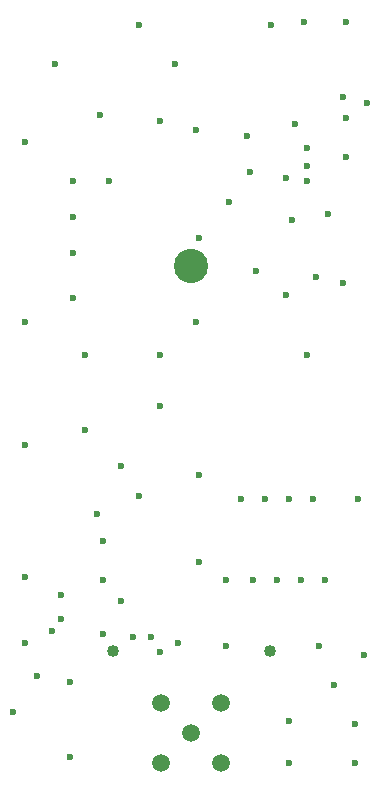
<source format=gbr>
G04 Generated by Ultiboard 13.0 *
%FSLAX24Y24*%
%MOIN*%

%ADD11C,0.0236*%
%ADD12C,0.0595*%
%ADD13C,0.0400*%
%ADD14C,0.1142*%


G04 ColorRGB 000000 for the following layer *
%LNDrill-Copper Top-Copper Bottom*%
%LPD*%
G54D11*
X-16600Y7400D03*
X-16600Y8700D03*
X-27200Y10300D03*
X-26100Y10100D03*
X-23400Y11600D03*
X-24000Y11600D03*
X-20900Y11300D03*
X-26400Y13000D03*
X-20900Y13500D03*
X-20000Y13500D03*
X-19200Y13500D03*
X-18400Y13500D03*
X-17600Y13500D03*
X-24400Y17300D03*
X-18900Y23000D03*
X-17900Y23600D03*
X-26000Y24400D03*
X-26000Y25600D03*
X-26000Y26800D03*
X-26600Y30700D03*
X-23800Y32000D03*
X-19400Y32000D03*
X-22600Y30700D03*
X-19900Y23800D03*
X-17000Y23400D03*
X-19600Y16200D03*
X-18800Y16200D03*
X-18000Y16200D03*
X-18200Y21000D03*
X-20400Y16200D03*
X-16500Y16200D03*
X-21900Y22100D03*
X-23100Y21000D03*
X-26000Y22900D03*
X-23100Y19300D03*
X-25000Y11700D03*
X-26100Y7600D03*
X-28000Y9100D03*
X-18800Y8800D03*
X-18800Y7400D03*
X-16300Y11000D03*
X-17300Y10000D03*
X-27600Y28100D03*
X-17800Y11300D03*
X-24800Y26800D03*
X-27600Y13600D03*
X-27600Y11400D03*
X-27600Y22100D03*
X-26700Y11800D03*
X-26400Y12200D03*
X-24400Y12800D03*
X-25000Y13500D03*
X-25600Y21000D03*
X-18300Y32100D03*
X-16900Y32100D03*
X-16900Y28900D03*
X-16900Y27600D03*
X-18200Y26800D03*
X-18200Y27300D03*
X-20200Y28300D03*
X-18200Y27900D03*
X-17000Y29600D03*
X-21900Y28500D03*
X-23100Y11100D03*
X-22500Y11400D03*
X-18700Y25500D03*
X-18600Y28700D03*
X-18900Y26900D03*
X-23100Y28800D03*
X-16200Y29400D03*
X-27600Y18000D03*
X-25100Y29000D03*
X-25000Y14800D03*
X-25600Y18500D03*
X-25200Y15700D03*
X-23800Y16300D03*
X-21800Y17000D03*
X-21800Y14100D03*
X-17500Y25700D03*
X-21800Y24900D03*
X-20800Y26100D03*
X-20100Y27100D03*
G54D12*
X-22044Y8400D03*
X-21044Y9400D03*
X-23044Y9400D03*
X-21044Y7400D03*
X-23044Y7400D03*
G54D13*
X-19419Y11141D03*
X-24669Y11141D03*
G54D14*
X-22044Y23991D03*

M02*

</source>
